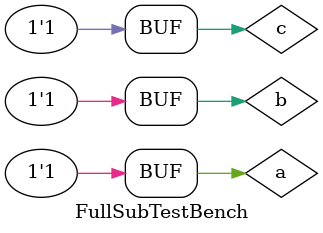
<source format=v>
module halfSubGate (
    a, b, diff, borrow
);
input a, b;
output diff, borrow;
wire abar, w1, w2;
not g1(abar, a);
and g2(borrow, abar, b);
xor(diff, a, b);
    
endmodule

module FullSubUsingHalfAdd (
    a, b, c, diff, borrow
);
input a, b, c;
output diff, borrow;
wire w1, w2, w3;

halfSubGate i1(a, b, w1, w2);
halfSubGate i2(w1, c, diff, w3);
or g1(borrow, w2, w3);

endmodule

module FullSubTestBench;
reg a, b, c;
wire diff, borrow;

FullSubUsingHalfAdd i(a, b, c, diff, borrow);

initial begin
    a=1'b0;
    b=1'b0;
    c=1'b0;

    $monitor("Time: %0t a=%b b=%b c=%b diff=%b borrow=%b", $time, a, b, c, diff, borrow);
    #5 a=1'b0; b=1'b0; c=1'b0;
    #5 a=1'b0; b=1'b0; c=1'b1;
    #5 a=1'b0; b=1'b1; c=1'b0;
    #5 a=1'b0; b=1'b1; c=1'b1;
    #5 a=1'b1; b=1'b0; c=1'b0;
    #5 a=1'b1; b=1'b0; c=1'b1;
    #5 a=1'b1; b=1'b1; c=1'b0;
    #5 a=1'b1; b=1'b1; c=1'b1;

end
endmodule
</source>
